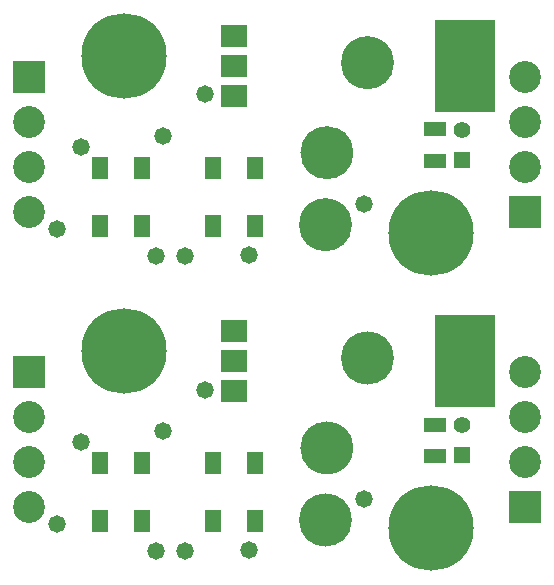
<source format=gbs>
%FSLAX44Y44*%
%MOMM*%
G71*
G01*
G75*
G04 Layer_Color=16711935*
%ADD10R,1.7000X1.2500*%
%ADD11O,0.7000X2.5000*%
%ADD12C,1.5000*%
%ADD13C,0.5000*%
%ADD14C,7.2200*%
%ADD15R,1.2000X1.2000*%
%ADD16C,1.2000*%
%ADD17R,2.5000X2.5000*%
%ADD18C,2.5000*%
%ADD19C,1.2700*%
%ADD20R,1.2500X1.7000*%
%ADD21R,1.7000X1.1000*%
%ADD22R,2.0320X1.7780*%
%ADD23R,4.8440X7.6200*%
%ADD24C,0.2000*%
%ADD25C,0.2500*%
%ADD26C,0.2540*%
%ADD27R,1.9032X1.4532*%
%ADD28O,0.9032X2.7032*%
%ADD29R,1.4032X1.4032*%
%ADD30C,1.4032*%
%ADD31R,2.7032X2.7032*%
%ADD32C,2.7032*%
%ADD33C,1.4732*%
%ADD34R,1.4532X1.9032*%
%ADD35R,1.9032X1.3032*%
%ADD36R,2.2352X1.9812*%
%ADD37R,5.0472X7.8232*%
G36*
X294988Y78056D02*
X298987Y76843D01*
X302672Y74873D01*
X305903Y72223D01*
X308554Y68992D01*
X310523Y65307D01*
X311736Y61308D01*
X312146Y57150D01*
X311736Y52991D01*
X310523Y48993D01*
X308554Y45308D01*
X305903Y42077D01*
X302672Y39427D01*
X298987Y37457D01*
X294988Y36244D01*
X290830Y35834D01*
X286672Y36244D01*
X282673Y37457D01*
X278988Y39427D01*
X275757Y42077D01*
X273106Y45308D01*
X271137Y48993D01*
X269924Y52991D01*
X269514Y57150D01*
X269924Y61308D01*
X271137Y65307D01*
X273106Y68992D01*
X275757Y72223D01*
X278988Y74873D01*
X282673Y76843D01*
X286672Y78056D01*
X290830Y78466D01*
X294988Y78056D01*
D02*
G37*
G36*
X296259Y139016D02*
X300257Y137803D01*
X303942Y135834D01*
X307173Y133183D01*
X309823Y129952D01*
X311793Y126267D01*
X313006Y122268D01*
X313416Y118110D01*
X313006Y113952D01*
X311793Y109953D01*
X309823Y106268D01*
X307173Y103037D01*
X303942Y100386D01*
X300257Y98417D01*
X296259Y97204D01*
X292100Y96794D01*
X287941Y97204D01*
X283943Y98417D01*
X280258Y100386D01*
X277027Y103037D01*
X274377Y106268D01*
X272407Y109953D01*
X271194Y113952D01*
X270784Y118110D01*
X271194Y122268D01*
X272407Y126267D01*
X274377Y129952D01*
X277027Y133183D01*
X280258Y135834D01*
X283943Y137803D01*
X287941Y139016D01*
X292100Y139426D01*
X296259Y139016D01*
D02*
G37*
G36*
X330549Y215216D02*
X334547Y214003D01*
X338232Y212034D01*
X341463Y209383D01*
X344114Y206152D01*
X346083Y202467D01*
X347296Y198468D01*
X347706Y194310D01*
X347296Y190152D01*
X346083Y186153D01*
X344114Y182468D01*
X341463Y179237D01*
X338232Y176586D01*
X334547Y174617D01*
X330549Y173404D01*
X326390Y172994D01*
X322231Y173404D01*
X318233Y174617D01*
X314548Y176586D01*
X311317Y179237D01*
X308666Y182468D01*
X306697Y186153D01*
X305484Y190152D01*
X305074Y194310D01*
X305484Y198468D01*
X306697Y202467D01*
X308666Y206152D01*
X311317Y209383D01*
X314548Y212034D01*
X318233Y214003D01*
X322231Y215216D01*
X326390Y215626D01*
X330549Y215216D01*
D02*
G37*
G36*
X294988Y328056D02*
X298987Y326843D01*
X302672Y324874D01*
X305903Y322223D01*
X308554Y318993D01*
X310523Y315307D01*
X311736Y311308D01*
X312146Y307150D01*
X311736Y302992D01*
X310523Y298993D01*
X308554Y295308D01*
X305903Y292077D01*
X302672Y289426D01*
X298987Y287457D01*
X294988Y286244D01*
X290830Y285834D01*
X286672Y286244D01*
X282673Y287457D01*
X278988Y289426D01*
X275757Y292077D01*
X273106Y295308D01*
X271137Y298993D01*
X269924Y302992D01*
X269514Y307150D01*
X269924Y311308D01*
X271137Y315307D01*
X273106Y318993D01*
X275757Y322223D01*
X278988Y324874D01*
X282673Y326843D01*
X286672Y328056D01*
X290830Y328466D01*
X294988Y328056D01*
D02*
G37*
G36*
X296259Y389016D02*
X300257Y387803D01*
X303942Y385834D01*
X307173Y383183D01*
X309823Y379953D01*
X311793Y376267D01*
X313006Y372268D01*
X313416Y368110D01*
X313006Y363951D01*
X311793Y359953D01*
X309823Y356268D01*
X307173Y353037D01*
X303942Y350387D01*
X300257Y348417D01*
X296259Y347204D01*
X292100Y346794D01*
X287941Y347204D01*
X283943Y348417D01*
X280258Y350387D01*
X277027Y353037D01*
X274377Y356268D01*
X272407Y359953D01*
X271194Y363951D01*
X270784Y368110D01*
X271194Y372268D01*
X272407Y376267D01*
X274377Y379953D01*
X277027Y383183D01*
X280258Y385834D01*
X283943Y387803D01*
X287941Y389016D01*
X292100Y389426D01*
X296259Y389016D01*
D02*
G37*
G36*
X330549Y465216D02*
X334547Y464003D01*
X338232Y462034D01*
X341463Y459383D01*
X344114Y456152D01*
X346083Y452467D01*
X347296Y448469D01*
X347706Y444310D01*
X347296Y440151D01*
X346083Y436153D01*
X344114Y432468D01*
X341463Y429237D01*
X338232Y426586D01*
X334547Y424617D01*
X330549Y423404D01*
X326390Y422994D01*
X322231Y423404D01*
X318233Y424617D01*
X314548Y426586D01*
X311317Y429237D01*
X308666Y432468D01*
X306697Y436153D01*
X305484Y440151D01*
X305074Y444310D01*
X305484Y448469D01*
X306697Y452467D01*
X308666Y456152D01*
X311317Y459383D01*
X314548Y462034D01*
X318233Y464003D01*
X322231Y465216D01*
X326390Y465626D01*
X330549Y465216D01*
D02*
G37*
D12*
X292100Y108110D02*
D03*
Y128110D02*
D03*
X326390Y204310D02*
D03*
Y184310D02*
D03*
X290830Y47150D02*
D03*
Y67150D02*
D03*
X292100Y358110D02*
D03*
Y378110D02*
D03*
X326390Y454310D02*
D03*
Y434310D02*
D03*
X290830Y297150D02*
D03*
Y317150D02*
D03*
D14*
X380000Y50000D02*
D03*
X120000Y200000D02*
D03*
X380000Y300000D02*
D03*
X120000Y450000D02*
D03*
D26*
X313313Y118110D02*
G03*
X313313Y118110I-21213J0D01*
G01*
X347603Y194310D02*
G03*
X347603Y194310I-21213J0D01*
G01*
X312043Y57150D02*
G03*
X312043Y57150I-21213J0D01*
G01*
X313313Y368110D02*
G03*
X313313Y368110I-21213J0D01*
G01*
X347603Y444310D02*
G03*
X347603Y444310I-21213J0D01*
G01*
X312043Y307150D02*
G03*
X312043Y307150I-21213J0D01*
G01*
D29*
X406400Y112160D02*
D03*
Y362160D02*
D03*
D30*
Y137160D02*
D03*
Y387160D02*
D03*
D31*
X460000Y67850D02*
D03*
X40000Y182150D02*
D03*
X460000Y317850D02*
D03*
X40000Y432150D02*
D03*
D32*
X460000Y105950D02*
D03*
Y144050D02*
D03*
Y182150D02*
D03*
X40000Y144050D02*
D03*
Y105950D02*
D03*
Y67850D02*
D03*
X460000Y355950D02*
D03*
Y394050D02*
D03*
Y432150D02*
D03*
X40000Y394050D02*
D03*
Y355950D02*
D03*
Y317850D02*
D03*
D33*
X188722Y167386D02*
D03*
X147320Y30480D02*
D03*
X172212D02*
D03*
X83820Y123190D02*
D03*
X323850Y74930D02*
D03*
X153416Y132080D02*
D03*
X226060Y31750D02*
D03*
X63500Y53340D02*
D03*
X188722Y417386D02*
D03*
X147320Y280480D02*
D03*
X172212D02*
D03*
X83820Y373190D02*
D03*
X323850Y324930D02*
D03*
X153416Y382080D02*
D03*
X226060Y281750D02*
D03*
X63500Y303340D02*
D03*
D34*
X231110Y105410D02*
D03*
X195610D02*
D03*
X135860D02*
D03*
X100360D02*
D03*
X231110Y55880D02*
D03*
X195610D02*
D03*
X135860D02*
D03*
X100360D02*
D03*
X231110Y355410D02*
D03*
X195610D02*
D03*
X135860D02*
D03*
X100360D02*
D03*
X231110Y305880D02*
D03*
X195610D02*
D03*
X135860D02*
D03*
X100360D02*
D03*
D35*
X383540Y110960D02*
D03*
Y137960D02*
D03*
Y360960D02*
D03*
Y387960D02*
D03*
D36*
X213360Y166370D02*
D03*
Y191770D02*
D03*
Y217170D02*
D03*
Y416370D02*
D03*
Y441770D02*
D03*
Y467170D02*
D03*
D37*
X409139Y191770D02*
D03*
Y441770D02*
D03*
M02*

</source>
